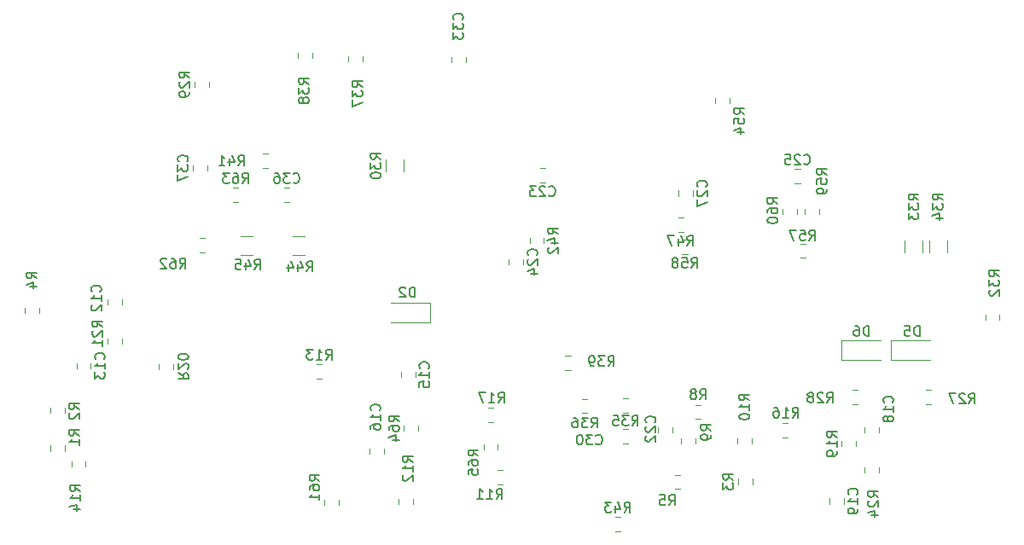
<source format=gbr>
G04 #@! TF.GenerationSoftware,KiCad,Pcbnew,(5.1.5)-3*
G04 #@! TF.CreationDate,2020-02-17T02:28:38-05:00*
G04 #@! TF.ProjectId,Preamplifier,50726561-6d70-46c6-9966-6965722e6b69,rev?*
G04 #@! TF.SameCoordinates,Original*
G04 #@! TF.FileFunction,Legend,Bot*
G04 #@! TF.FilePolarity,Positive*
%FSLAX46Y46*%
G04 Gerber Fmt 4.6, Leading zero omitted, Abs format (unit mm)*
G04 Created by KiCad (PCBNEW (5.1.5)-3) date 2020-02-17 02:28:38*
%MOMM*%
%LPD*%
G04 APERTURE LIST*
%ADD10C,0.120000*%
%ADD11C,0.150000*%
G04 APERTURE END LIST*
D10*
X83775000Y-82450000D02*
X87675000Y-82450000D01*
X83775000Y-80450000D02*
X87675000Y-80450000D01*
X83775000Y-82450000D02*
X83775000Y-80450000D01*
X88675000Y-82450000D02*
X92575000Y-82450000D01*
X88675000Y-80450000D02*
X92575000Y-80450000D01*
X88675000Y-82450000D02*
X88675000Y-80450000D01*
X43000000Y-76750000D02*
X39100000Y-76750000D01*
X43000000Y-78750000D02*
X39100000Y-78750000D01*
X43000000Y-76750000D02*
X43000000Y-78750000D01*
X85235000Y-90488748D02*
X85235000Y-91011252D01*
X83815000Y-90488748D02*
X83815000Y-91011252D01*
X10990000Y-76961252D02*
X10990000Y-76438748D01*
X12410000Y-76961252D02*
X12410000Y-76438748D01*
X7890000Y-83261252D02*
X7890000Y-82738748D01*
X9310000Y-83261252D02*
X9310000Y-82738748D01*
X40090000Y-84161252D02*
X40090000Y-83638748D01*
X41510000Y-84161252D02*
X41510000Y-83638748D01*
X38410000Y-91238748D02*
X38410000Y-91761252D01*
X36990000Y-91238748D02*
X36990000Y-91761252D01*
X87535000Y-89088748D02*
X87535000Y-89611252D01*
X86115000Y-89088748D02*
X86115000Y-89611252D01*
X82615000Y-96711252D02*
X82615000Y-96188748D01*
X84035000Y-96711252D02*
X84035000Y-96188748D01*
X67010000Y-89118748D02*
X67010000Y-89641252D01*
X65590000Y-89118748D02*
X65590000Y-89641252D01*
X53878748Y-64800000D02*
X54401252Y-64800000D01*
X53878748Y-63380000D02*
X54401252Y-63380000D01*
X50750000Y-72428748D02*
X50750000Y-72951252D01*
X52170000Y-72428748D02*
X52170000Y-72951252D01*
X79173748Y-64900000D02*
X79696252Y-64900000D01*
X79173748Y-63480000D02*
X79696252Y-63480000D01*
X69070000Y-66151252D02*
X69070000Y-65628748D01*
X67650000Y-66151252D02*
X67650000Y-65628748D01*
X62088748Y-89290000D02*
X62611252Y-89290000D01*
X62088748Y-90710000D02*
X62611252Y-90710000D01*
X46510000Y-52368748D02*
X46510000Y-52891252D01*
X45090000Y-52368748D02*
X45090000Y-52891252D01*
X29011252Y-65370000D02*
X28488748Y-65370000D01*
X29011252Y-66790000D02*
X28488748Y-66790000D01*
X20860000Y-63118748D02*
X20860000Y-63641252D01*
X19440000Y-63118748D02*
X19440000Y-63641252D01*
X5290000Y-91461252D02*
X5290000Y-90938748D01*
X6710000Y-91461252D02*
X6710000Y-90938748D01*
X6710000Y-87138748D02*
X6710000Y-87661252D01*
X5290000Y-87138748D02*
X5290000Y-87661252D01*
X74960000Y-94238748D02*
X74960000Y-94761252D01*
X73540000Y-94238748D02*
X73540000Y-94761252D01*
X2790000Y-77761252D02*
X2790000Y-77238748D01*
X4210000Y-77761252D02*
X4210000Y-77238748D01*
X67811252Y-95260000D02*
X67288748Y-95260000D01*
X67811252Y-93840000D02*
X67288748Y-93840000D01*
X69338748Y-86890000D02*
X69861252Y-86890000D01*
X69338748Y-88310000D02*
X69861252Y-88310000D01*
X67890000Y-90761252D02*
X67890000Y-90238748D01*
X69310000Y-90761252D02*
X69310000Y-90238748D01*
X73440000Y-90761252D02*
X73440000Y-90238748D01*
X74860000Y-90761252D02*
X74860000Y-90238748D01*
X39890000Y-96761252D02*
X39890000Y-96238748D01*
X41310000Y-96761252D02*
X41310000Y-96238748D01*
X32261252Y-84310000D02*
X31738748Y-84310000D01*
X32261252Y-82890000D02*
X31738748Y-82890000D01*
X8810000Y-92538748D02*
X8810000Y-93061252D01*
X7390000Y-92538748D02*
X7390000Y-93061252D01*
X77938748Y-88690000D02*
X78461252Y-88690000D01*
X77938748Y-90110000D02*
X78461252Y-90110000D01*
X48738748Y-87190000D02*
X49261252Y-87190000D01*
X48738748Y-88610000D02*
X49261252Y-88610000D01*
X16090000Y-83361252D02*
X16090000Y-82838748D01*
X17510000Y-83361252D02*
X17510000Y-82838748D01*
X10990000Y-80861252D02*
X10990000Y-80338748D01*
X12410000Y-80861252D02*
X12410000Y-80338748D01*
X87535000Y-93611252D02*
X87535000Y-93088748D01*
X86115000Y-93611252D02*
X86115000Y-93088748D01*
X92686252Y-86860000D02*
X92163748Y-86860000D01*
X92686252Y-85440000D02*
X92163748Y-85440000D01*
X85436252Y-86860000D02*
X84913748Y-86860000D01*
X85436252Y-85440000D02*
X84913748Y-85440000D01*
X21010000Y-54818748D02*
X21010000Y-55341252D01*
X19590000Y-54818748D02*
X19590000Y-55341252D01*
X40360000Y-62547936D02*
X40360000Y-63752064D01*
X38540000Y-62547936D02*
X38540000Y-63752064D01*
X99485000Y-77963748D02*
X99485000Y-78486252D01*
X98065000Y-77963748D02*
X98065000Y-78486252D01*
X91860000Y-70585436D02*
X91860000Y-71789564D01*
X90040000Y-70585436D02*
X90040000Y-71789564D01*
X94310000Y-70597936D02*
X94310000Y-71802064D01*
X92490000Y-70597936D02*
X92490000Y-71802064D01*
X62631252Y-87700000D02*
X62108748Y-87700000D01*
X62631252Y-86280000D02*
X62108748Y-86280000D01*
X58591252Y-87710000D02*
X58068748Y-87710000D01*
X58591252Y-86290000D02*
X58068748Y-86290000D01*
X36310000Y-52318748D02*
X36310000Y-52841252D01*
X34890000Y-52318748D02*
X34890000Y-52841252D01*
X31310000Y-51918748D02*
X31310000Y-52441252D01*
X29890000Y-51918748D02*
X29890000Y-52441252D01*
X56911252Y-83435000D02*
X56388748Y-83435000D01*
X56911252Y-82015000D02*
X56388748Y-82015000D01*
X26911252Y-63390000D02*
X26388748Y-63390000D01*
X26911252Y-61970000D02*
X26388748Y-61970000D01*
X54270000Y-70851252D02*
X54270000Y-70328748D01*
X52850000Y-70851252D02*
X52850000Y-70328748D01*
X61861252Y-99460000D02*
X61338748Y-99460000D01*
X61861252Y-98040000D02*
X61338748Y-98040000D01*
X30514564Y-71990000D02*
X29310436Y-71990000D01*
X30514564Y-70170000D02*
X29310436Y-70170000D01*
X25402064Y-71990000D02*
X24197936Y-71990000D01*
X25402064Y-70170000D02*
X24197936Y-70170000D01*
X67598748Y-69700000D02*
X68121252Y-69700000D01*
X67598748Y-68280000D02*
X68121252Y-68280000D01*
X72670000Y-56951252D02*
X72670000Y-56428748D01*
X71250000Y-56951252D02*
X71250000Y-56428748D01*
X80221252Y-70880000D02*
X79698748Y-70880000D01*
X80221252Y-72300000D02*
X79698748Y-72300000D01*
X67998748Y-71900000D02*
X68521252Y-71900000D01*
X67998748Y-70480000D02*
X68521252Y-70480000D01*
X80150000Y-67428748D02*
X80150000Y-67951252D01*
X81570000Y-67428748D02*
X81570000Y-67951252D01*
X79370000Y-67951252D02*
X79370000Y-67428748D01*
X77950000Y-67951252D02*
X77950000Y-67428748D01*
X33910000Y-96338748D02*
X33910000Y-96861252D01*
X32490000Y-96338748D02*
X32490000Y-96861252D01*
X20661252Y-71790000D02*
X20138748Y-71790000D01*
X20661252Y-70370000D02*
X20138748Y-70370000D01*
X23961252Y-65370000D02*
X23438748Y-65370000D01*
X23961252Y-66790000D02*
X23438748Y-66790000D01*
X41810000Y-88938748D02*
X41810000Y-89461252D01*
X40390000Y-88938748D02*
X40390000Y-89461252D01*
X49710000Y-90838748D02*
X49710000Y-91361252D01*
X48290000Y-90838748D02*
X48290000Y-91361252D01*
X50161252Y-93390000D02*
X49638748Y-93390000D01*
X50161252Y-94810000D02*
X49638748Y-94810000D01*
D11*
X86538095Y-80052380D02*
X86538095Y-79052380D01*
X86300000Y-79052380D01*
X86157142Y-79100000D01*
X86061904Y-79195238D01*
X86014285Y-79290476D01*
X85966666Y-79480952D01*
X85966666Y-79623809D01*
X86014285Y-79814285D01*
X86061904Y-79909523D01*
X86157142Y-80004761D01*
X86300000Y-80052380D01*
X86538095Y-80052380D01*
X85109523Y-79052380D02*
X85300000Y-79052380D01*
X85395238Y-79100000D01*
X85442857Y-79147619D01*
X85538095Y-79290476D01*
X85585714Y-79480952D01*
X85585714Y-79861904D01*
X85538095Y-79957142D01*
X85490476Y-80004761D01*
X85395238Y-80052380D01*
X85204761Y-80052380D01*
X85109523Y-80004761D01*
X85061904Y-79957142D01*
X85014285Y-79861904D01*
X85014285Y-79623809D01*
X85061904Y-79528571D01*
X85109523Y-79480952D01*
X85204761Y-79433333D01*
X85395238Y-79433333D01*
X85490476Y-79480952D01*
X85538095Y-79528571D01*
X85585714Y-79623809D01*
X91538095Y-80052380D02*
X91538095Y-79052380D01*
X91300000Y-79052380D01*
X91157142Y-79100000D01*
X91061904Y-79195238D01*
X91014285Y-79290476D01*
X90966666Y-79480952D01*
X90966666Y-79623809D01*
X91014285Y-79814285D01*
X91061904Y-79909523D01*
X91157142Y-80004761D01*
X91300000Y-80052380D01*
X91538095Y-80052380D01*
X90061904Y-79052380D02*
X90538095Y-79052380D01*
X90585714Y-79528571D01*
X90538095Y-79480952D01*
X90442857Y-79433333D01*
X90204761Y-79433333D01*
X90109523Y-79480952D01*
X90061904Y-79528571D01*
X90014285Y-79623809D01*
X90014285Y-79861904D01*
X90061904Y-79957142D01*
X90109523Y-80004761D01*
X90204761Y-80052380D01*
X90442857Y-80052380D01*
X90538095Y-80004761D01*
X90585714Y-79957142D01*
X41488095Y-76202380D02*
X41488095Y-75202380D01*
X41250000Y-75202380D01*
X41107142Y-75250000D01*
X41011904Y-75345238D01*
X40964285Y-75440476D01*
X40916666Y-75630952D01*
X40916666Y-75773809D01*
X40964285Y-75964285D01*
X41011904Y-76059523D01*
X41107142Y-76154761D01*
X41250000Y-76202380D01*
X41488095Y-76202380D01*
X40535714Y-75297619D02*
X40488095Y-75250000D01*
X40392857Y-75202380D01*
X40154761Y-75202380D01*
X40059523Y-75250000D01*
X40011904Y-75297619D01*
X39964285Y-75392857D01*
X39964285Y-75488095D01*
X40011904Y-75630952D01*
X40583333Y-76202380D01*
X39964285Y-76202380D01*
X83327380Y-90107142D02*
X82851190Y-89773809D01*
X83327380Y-89535714D02*
X82327380Y-89535714D01*
X82327380Y-89916666D01*
X82375000Y-90011904D01*
X82422619Y-90059523D01*
X82517857Y-90107142D01*
X82660714Y-90107142D01*
X82755952Y-90059523D01*
X82803571Y-90011904D01*
X82851190Y-89916666D01*
X82851190Y-89535714D01*
X83327380Y-91059523D02*
X83327380Y-90488095D01*
X83327380Y-90773809D02*
X82327380Y-90773809D01*
X82470238Y-90678571D01*
X82565476Y-90583333D01*
X82613095Y-90488095D01*
X83327380Y-91535714D02*
X83327380Y-91726190D01*
X83279761Y-91821428D01*
X83232142Y-91869047D01*
X83089285Y-91964285D01*
X82898809Y-92011904D01*
X82517857Y-92011904D01*
X82422619Y-91964285D01*
X82375000Y-91916666D01*
X82327380Y-91821428D01*
X82327380Y-91630952D01*
X82375000Y-91535714D01*
X82422619Y-91488095D01*
X82517857Y-91440476D01*
X82755952Y-91440476D01*
X82851190Y-91488095D01*
X82898809Y-91535714D01*
X82946428Y-91630952D01*
X82946428Y-91821428D01*
X82898809Y-91916666D01*
X82851190Y-91964285D01*
X82755952Y-92011904D01*
X10257142Y-75657142D02*
X10304761Y-75609523D01*
X10352380Y-75466666D01*
X10352380Y-75371428D01*
X10304761Y-75228571D01*
X10209523Y-75133333D01*
X10114285Y-75085714D01*
X9923809Y-75038095D01*
X9780952Y-75038095D01*
X9590476Y-75085714D01*
X9495238Y-75133333D01*
X9400000Y-75228571D01*
X9352380Y-75371428D01*
X9352380Y-75466666D01*
X9400000Y-75609523D01*
X9447619Y-75657142D01*
X10352380Y-76609523D02*
X10352380Y-76038095D01*
X10352380Y-76323809D02*
X9352380Y-76323809D01*
X9495238Y-76228571D01*
X9590476Y-76133333D01*
X9638095Y-76038095D01*
X9447619Y-76990476D02*
X9400000Y-77038095D01*
X9352380Y-77133333D01*
X9352380Y-77371428D01*
X9400000Y-77466666D01*
X9447619Y-77514285D01*
X9542857Y-77561904D01*
X9638095Y-77561904D01*
X9780952Y-77514285D01*
X10352380Y-76942857D01*
X10352380Y-77561904D01*
X10607142Y-82357142D02*
X10654761Y-82309523D01*
X10702380Y-82166666D01*
X10702380Y-82071428D01*
X10654761Y-81928571D01*
X10559523Y-81833333D01*
X10464285Y-81785714D01*
X10273809Y-81738095D01*
X10130952Y-81738095D01*
X9940476Y-81785714D01*
X9845238Y-81833333D01*
X9750000Y-81928571D01*
X9702380Y-82071428D01*
X9702380Y-82166666D01*
X9750000Y-82309523D01*
X9797619Y-82357142D01*
X10702380Y-83309523D02*
X10702380Y-82738095D01*
X10702380Y-83023809D02*
X9702380Y-83023809D01*
X9845238Y-82928571D01*
X9940476Y-82833333D01*
X9988095Y-82738095D01*
X9702380Y-83642857D02*
X9702380Y-84261904D01*
X10083333Y-83928571D01*
X10083333Y-84071428D01*
X10130952Y-84166666D01*
X10178571Y-84214285D01*
X10273809Y-84261904D01*
X10511904Y-84261904D01*
X10607142Y-84214285D01*
X10654761Y-84166666D01*
X10702380Y-84071428D01*
X10702380Y-83785714D01*
X10654761Y-83690476D01*
X10607142Y-83642857D01*
X42807142Y-83257142D02*
X42854761Y-83209523D01*
X42902380Y-83066666D01*
X42902380Y-82971428D01*
X42854761Y-82828571D01*
X42759523Y-82733333D01*
X42664285Y-82685714D01*
X42473809Y-82638095D01*
X42330952Y-82638095D01*
X42140476Y-82685714D01*
X42045238Y-82733333D01*
X41950000Y-82828571D01*
X41902380Y-82971428D01*
X41902380Y-83066666D01*
X41950000Y-83209523D01*
X41997619Y-83257142D01*
X42902380Y-84209523D02*
X42902380Y-83638095D01*
X42902380Y-83923809D02*
X41902380Y-83923809D01*
X42045238Y-83828571D01*
X42140476Y-83733333D01*
X42188095Y-83638095D01*
X41902380Y-85114285D02*
X41902380Y-84638095D01*
X42378571Y-84590476D01*
X42330952Y-84638095D01*
X42283333Y-84733333D01*
X42283333Y-84971428D01*
X42330952Y-85066666D01*
X42378571Y-85114285D01*
X42473809Y-85161904D01*
X42711904Y-85161904D01*
X42807142Y-85114285D01*
X42854761Y-85066666D01*
X42902380Y-84971428D01*
X42902380Y-84733333D01*
X42854761Y-84638095D01*
X42807142Y-84590476D01*
X37957142Y-87457142D02*
X38004761Y-87409523D01*
X38052380Y-87266666D01*
X38052380Y-87171428D01*
X38004761Y-87028571D01*
X37909523Y-86933333D01*
X37814285Y-86885714D01*
X37623809Y-86838095D01*
X37480952Y-86838095D01*
X37290476Y-86885714D01*
X37195238Y-86933333D01*
X37100000Y-87028571D01*
X37052380Y-87171428D01*
X37052380Y-87266666D01*
X37100000Y-87409523D01*
X37147619Y-87457142D01*
X38052380Y-88409523D02*
X38052380Y-87838095D01*
X38052380Y-88123809D02*
X37052380Y-88123809D01*
X37195238Y-88028571D01*
X37290476Y-87933333D01*
X37338095Y-87838095D01*
X37052380Y-89266666D02*
X37052380Y-89076190D01*
X37100000Y-88980952D01*
X37147619Y-88933333D01*
X37290476Y-88838095D01*
X37480952Y-88790476D01*
X37861904Y-88790476D01*
X37957142Y-88838095D01*
X38004761Y-88885714D01*
X38052380Y-88980952D01*
X38052380Y-89171428D01*
X38004761Y-89266666D01*
X37957142Y-89314285D01*
X37861904Y-89361904D01*
X37623809Y-89361904D01*
X37528571Y-89314285D01*
X37480952Y-89266666D01*
X37433333Y-89171428D01*
X37433333Y-88980952D01*
X37480952Y-88885714D01*
X37528571Y-88838095D01*
X37623809Y-88790476D01*
X88857142Y-86657142D02*
X88904761Y-86609523D01*
X88952380Y-86466666D01*
X88952380Y-86371428D01*
X88904761Y-86228571D01*
X88809523Y-86133333D01*
X88714285Y-86085714D01*
X88523809Y-86038095D01*
X88380952Y-86038095D01*
X88190476Y-86085714D01*
X88095238Y-86133333D01*
X88000000Y-86228571D01*
X87952380Y-86371428D01*
X87952380Y-86466666D01*
X88000000Y-86609523D01*
X88047619Y-86657142D01*
X88952380Y-87609523D02*
X88952380Y-87038095D01*
X88952380Y-87323809D02*
X87952380Y-87323809D01*
X88095238Y-87228571D01*
X88190476Y-87133333D01*
X88238095Y-87038095D01*
X88380952Y-88180952D02*
X88333333Y-88085714D01*
X88285714Y-88038095D01*
X88190476Y-87990476D01*
X88142857Y-87990476D01*
X88047619Y-88038095D01*
X88000000Y-88085714D01*
X87952380Y-88180952D01*
X87952380Y-88371428D01*
X88000000Y-88466666D01*
X88047619Y-88514285D01*
X88142857Y-88561904D01*
X88190476Y-88561904D01*
X88285714Y-88514285D01*
X88333333Y-88466666D01*
X88380952Y-88371428D01*
X88380952Y-88180952D01*
X88428571Y-88085714D01*
X88476190Y-88038095D01*
X88571428Y-87990476D01*
X88761904Y-87990476D01*
X88857142Y-88038095D01*
X88904761Y-88085714D01*
X88952380Y-88180952D01*
X88952380Y-88371428D01*
X88904761Y-88466666D01*
X88857142Y-88514285D01*
X88761904Y-88561904D01*
X88571428Y-88561904D01*
X88476190Y-88514285D01*
X88428571Y-88466666D01*
X88380952Y-88371428D01*
X85332142Y-95807142D02*
X85379761Y-95759523D01*
X85427380Y-95616666D01*
X85427380Y-95521428D01*
X85379761Y-95378571D01*
X85284523Y-95283333D01*
X85189285Y-95235714D01*
X84998809Y-95188095D01*
X84855952Y-95188095D01*
X84665476Y-95235714D01*
X84570238Y-95283333D01*
X84475000Y-95378571D01*
X84427380Y-95521428D01*
X84427380Y-95616666D01*
X84475000Y-95759523D01*
X84522619Y-95807142D01*
X85427380Y-96759523D02*
X85427380Y-96188095D01*
X85427380Y-96473809D02*
X84427380Y-96473809D01*
X84570238Y-96378571D01*
X84665476Y-96283333D01*
X84713095Y-96188095D01*
X85427380Y-97235714D02*
X85427380Y-97426190D01*
X85379761Y-97521428D01*
X85332142Y-97569047D01*
X85189285Y-97664285D01*
X84998809Y-97711904D01*
X84617857Y-97711904D01*
X84522619Y-97664285D01*
X84475000Y-97616666D01*
X84427380Y-97521428D01*
X84427380Y-97330952D01*
X84475000Y-97235714D01*
X84522619Y-97188095D01*
X84617857Y-97140476D01*
X84855952Y-97140476D01*
X84951190Y-97188095D01*
X84998809Y-97235714D01*
X85046428Y-97330952D01*
X85046428Y-97521428D01*
X84998809Y-97616666D01*
X84951190Y-97664285D01*
X84855952Y-97711904D01*
X65257142Y-88657142D02*
X65304761Y-88609523D01*
X65352380Y-88466666D01*
X65352380Y-88371428D01*
X65304761Y-88228571D01*
X65209523Y-88133333D01*
X65114285Y-88085714D01*
X64923809Y-88038095D01*
X64780952Y-88038095D01*
X64590476Y-88085714D01*
X64495238Y-88133333D01*
X64400000Y-88228571D01*
X64352380Y-88371428D01*
X64352380Y-88466666D01*
X64400000Y-88609523D01*
X64447619Y-88657142D01*
X64447619Y-89038095D02*
X64400000Y-89085714D01*
X64352380Y-89180952D01*
X64352380Y-89419047D01*
X64400000Y-89514285D01*
X64447619Y-89561904D01*
X64542857Y-89609523D01*
X64638095Y-89609523D01*
X64780952Y-89561904D01*
X65352380Y-88990476D01*
X65352380Y-89609523D01*
X64447619Y-89990476D02*
X64400000Y-90038095D01*
X64352380Y-90133333D01*
X64352380Y-90371428D01*
X64400000Y-90466666D01*
X64447619Y-90514285D01*
X64542857Y-90561904D01*
X64638095Y-90561904D01*
X64780952Y-90514285D01*
X65352380Y-89942857D01*
X65352380Y-90561904D01*
X54782857Y-66097142D02*
X54830476Y-66144761D01*
X54973333Y-66192380D01*
X55068571Y-66192380D01*
X55211428Y-66144761D01*
X55306666Y-66049523D01*
X55354285Y-65954285D01*
X55401904Y-65763809D01*
X55401904Y-65620952D01*
X55354285Y-65430476D01*
X55306666Y-65335238D01*
X55211428Y-65240000D01*
X55068571Y-65192380D01*
X54973333Y-65192380D01*
X54830476Y-65240000D01*
X54782857Y-65287619D01*
X54401904Y-65287619D02*
X54354285Y-65240000D01*
X54259047Y-65192380D01*
X54020952Y-65192380D01*
X53925714Y-65240000D01*
X53878095Y-65287619D01*
X53830476Y-65382857D01*
X53830476Y-65478095D01*
X53878095Y-65620952D01*
X54449523Y-66192380D01*
X53830476Y-66192380D01*
X53497142Y-65192380D02*
X52878095Y-65192380D01*
X53211428Y-65573333D01*
X53068571Y-65573333D01*
X52973333Y-65620952D01*
X52925714Y-65668571D01*
X52878095Y-65763809D01*
X52878095Y-66001904D01*
X52925714Y-66097142D01*
X52973333Y-66144761D01*
X53068571Y-66192380D01*
X53354285Y-66192380D01*
X53449523Y-66144761D01*
X53497142Y-66097142D01*
X53557142Y-72057142D02*
X53604761Y-72009523D01*
X53652380Y-71866666D01*
X53652380Y-71771428D01*
X53604761Y-71628571D01*
X53509523Y-71533333D01*
X53414285Y-71485714D01*
X53223809Y-71438095D01*
X53080952Y-71438095D01*
X52890476Y-71485714D01*
X52795238Y-71533333D01*
X52700000Y-71628571D01*
X52652380Y-71771428D01*
X52652380Y-71866666D01*
X52700000Y-72009523D01*
X52747619Y-72057142D01*
X52747619Y-72438095D02*
X52700000Y-72485714D01*
X52652380Y-72580952D01*
X52652380Y-72819047D01*
X52700000Y-72914285D01*
X52747619Y-72961904D01*
X52842857Y-73009523D01*
X52938095Y-73009523D01*
X53080952Y-72961904D01*
X53652380Y-72390476D01*
X53652380Y-73009523D01*
X52985714Y-73866666D02*
X53652380Y-73866666D01*
X52604761Y-73628571D02*
X53319047Y-73390476D01*
X53319047Y-74009523D01*
X80077857Y-62957142D02*
X80125476Y-63004761D01*
X80268333Y-63052380D01*
X80363571Y-63052380D01*
X80506428Y-63004761D01*
X80601666Y-62909523D01*
X80649285Y-62814285D01*
X80696904Y-62623809D01*
X80696904Y-62480952D01*
X80649285Y-62290476D01*
X80601666Y-62195238D01*
X80506428Y-62100000D01*
X80363571Y-62052380D01*
X80268333Y-62052380D01*
X80125476Y-62100000D01*
X80077857Y-62147619D01*
X79696904Y-62147619D02*
X79649285Y-62100000D01*
X79554047Y-62052380D01*
X79315952Y-62052380D01*
X79220714Y-62100000D01*
X79173095Y-62147619D01*
X79125476Y-62242857D01*
X79125476Y-62338095D01*
X79173095Y-62480952D01*
X79744523Y-63052380D01*
X79125476Y-63052380D01*
X78220714Y-62052380D02*
X78696904Y-62052380D01*
X78744523Y-62528571D01*
X78696904Y-62480952D01*
X78601666Y-62433333D01*
X78363571Y-62433333D01*
X78268333Y-62480952D01*
X78220714Y-62528571D01*
X78173095Y-62623809D01*
X78173095Y-62861904D01*
X78220714Y-62957142D01*
X78268333Y-63004761D01*
X78363571Y-63052380D01*
X78601666Y-63052380D01*
X78696904Y-63004761D01*
X78744523Y-62957142D01*
X70367142Y-65247142D02*
X70414761Y-65199523D01*
X70462380Y-65056666D01*
X70462380Y-64961428D01*
X70414761Y-64818571D01*
X70319523Y-64723333D01*
X70224285Y-64675714D01*
X70033809Y-64628095D01*
X69890952Y-64628095D01*
X69700476Y-64675714D01*
X69605238Y-64723333D01*
X69510000Y-64818571D01*
X69462380Y-64961428D01*
X69462380Y-65056666D01*
X69510000Y-65199523D01*
X69557619Y-65247142D01*
X69557619Y-65628095D02*
X69510000Y-65675714D01*
X69462380Y-65770952D01*
X69462380Y-66009047D01*
X69510000Y-66104285D01*
X69557619Y-66151904D01*
X69652857Y-66199523D01*
X69748095Y-66199523D01*
X69890952Y-66151904D01*
X70462380Y-65580476D01*
X70462380Y-66199523D01*
X69462380Y-66532857D02*
X69462380Y-67199523D01*
X70462380Y-66770952D01*
X59442857Y-90757142D02*
X59490476Y-90804761D01*
X59633333Y-90852380D01*
X59728571Y-90852380D01*
X59871428Y-90804761D01*
X59966666Y-90709523D01*
X60014285Y-90614285D01*
X60061904Y-90423809D01*
X60061904Y-90280952D01*
X60014285Y-90090476D01*
X59966666Y-89995238D01*
X59871428Y-89900000D01*
X59728571Y-89852380D01*
X59633333Y-89852380D01*
X59490476Y-89900000D01*
X59442857Y-89947619D01*
X59109523Y-89852380D02*
X58490476Y-89852380D01*
X58823809Y-90233333D01*
X58680952Y-90233333D01*
X58585714Y-90280952D01*
X58538095Y-90328571D01*
X58490476Y-90423809D01*
X58490476Y-90661904D01*
X58538095Y-90757142D01*
X58585714Y-90804761D01*
X58680952Y-90852380D01*
X58966666Y-90852380D01*
X59061904Y-90804761D01*
X59109523Y-90757142D01*
X57871428Y-89852380D02*
X57776190Y-89852380D01*
X57680952Y-89900000D01*
X57633333Y-89947619D01*
X57585714Y-90042857D01*
X57538095Y-90233333D01*
X57538095Y-90471428D01*
X57585714Y-90661904D01*
X57633333Y-90757142D01*
X57680952Y-90804761D01*
X57776190Y-90852380D01*
X57871428Y-90852380D01*
X57966666Y-90804761D01*
X58014285Y-90757142D01*
X58061904Y-90661904D01*
X58109523Y-90471428D01*
X58109523Y-90233333D01*
X58061904Y-90042857D01*
X58014285Y-89947619D01*
X57966666Y-89900000D01*
X57871428Y-89852380D01*
X46157142Y-48657142D02*
X46204761Y-48609523D01*
X46252380Y-48466666D01*
X46252380Y-48371428D01*
X46204761Y-48228571D01*
X46109523Y-48133333D01*
X46014285Y-48085714D01*
X45823809Y-48038095D01*
X45680952Y-48038095D01*
X45490476Y-48085714D01*
X45395238Y-48133333D01*
X45300000Y-48228571D01*
X45252380Y-48371428D01*
X45252380Y-48466666D01*
X45300000Y-48609523D01*
X45347619Y-48657142D01*
X45252380Y-48990476D02*
X45252380Y-49609523D01*
X45633333Y-49276190D01*
X45633333Y-49419047D01*
X45680952Y-49514285D01*
X45728571Y-49561904D01*
X45823809Y-49609523D01*
X46061904Y-49609523D01*
X46157142Y-49561904D01*
X46204761Y-49514285D01*
X46252380Y-49419047D01*
X46252380Y-49133333D01*
X46204761Y-49038095D01*
X46157142Y-48990476D01*
X45252380Y-49942857D02*
X45252380Y-50561904D01*
X45633333Y-50228571D01*
X45633333Y-50371428D01*
X45680952Y-50466666D01*
X45728571Y-50514285D01*
X45823809Y-50561904D01*
X46061904Y-50561904D01*
X46157142Y-50514285D01*
X46204761Y-50466666D01*
X46252380Y-50371428D01*
X46252380Y-50085714D01*
X46204761Y-49990476D01*
X46157142Y-49942857D01*
X29392857Y-64787142D02*
X29440476Y-64834761D01*
X29583333Y-64882380D01*
X29678571Y-64882380D01*
X29821428Y-64834761D01*
X29916666Y-64739523D01*
X29964285Y-64644285D01*
X30011904Y-64453809D01*
X30011904Y-64310952D01*
X29964285Y-64120476D01*
X29916666Y-64025238D01*
X29821428Y-63930000D01*
X29678571Y-63882380D01*
X29583333Y-63882380D01*
X29440476Y-63930000D01*
X29392857Y-63977619D01*
X29059523Y-63882380D02*
X28440476Y-63882380D01*
X28773809Y-64263333D01*
X28630952Y-64263333D01*
X28535714Y-64310952D01*
X28488095Y-64358571D01*
X28440476Y-64453809D01*
X28440476Y-64691904D01*
X28488095Y-64787142D01*
X28535714Y-64834761D01*
X28630952Y-64882380D01*
X28916666Y-64882380D01*
X29011904Y-64834761D01*
X29059523Y-64787142D01*
X27583333Y-63882380D02*
X27773809Y-63882380D01*
X27869047Y-63930000D01*
X27916666Y-63977619D01*
X28011904Y-64120476D01*
X28059523Y-64310952D01*
X28059523Y-64691904D01*
X28011904Y-64787142D01*
X27964285Y-64834761D01*
X27869047Y-64882380D01*
X27678571Y-64882380D01*
X27583333Y-64834761D01*
X27535714Y-64787142D01*
X27488095Y-64691904D01*
X27488095Y-64453809D01*
X27535714Y-64358571D01*
X27583333Y-64310952D01*
X27678571Y-64263333D01*
X27869047Y-64263333D01*
X27964285Y-64310952D01*
X28011904Y-64358571D01*
X28059523Y-64453809D01*
X18857142Y-62737142D02*
X18904761Y-62689523D01*
X18952380Y-62546666D01*
X18952380Y-62451428D01*
X18904761Y-62308571D01*
X18809523Y-62213333D01*
X18714285Y-62165714D01*
X18523809Y-62118095D01*
X18380952Y-62118095D01*
X18190476Y-62165714D01*
X18095238Y-62213333D01*
X18000000Y-62308571D01*
X17952380Y-62451428D01*
X17952380Y-62546666D01*
X18000000Y-62689523D01*
X18047619Y-62737142D01*
X17952380Y-63070476D02*
X17952380Y-63689523D01*
X18333333Y-63356190D01*
X18333333Y-63499047D01*
X18380952Y-63594285D01*
X18428571Y-63641904D01*
X18523809Y-63689523D01*
X18761904Y-63689523D01*
X18857142Y-63641904D01*
X18904761Y-63594285D01*
X18952380Y-63499047D01*
X18952380Y-63213333D01*
X18904761Y-63118095D01*
X18857142Y-63070476D01*
X17952380Y-64022857D02*
X17952380Y-64689523D01*
X18952380Y-64260952D01*
X8152380Y-89933333D02*
X7676190Y-89600000D01*
X8152380Y-89361904D02*
X7152380Y-89361904D01*
X7152380Y-89742857D01*
X7200000Y-89838095D01*
X7247619Y-89885714D01*
X7342857Y-89933333D01*
X7485714Y-89933333D01*
X7580952Y-89885714D01*
X7628571Y-89838095D01*
X7676190Y-89742857D01*
X7676190Y-89361904D01*
X8152380Y-90885714D02*
X8152380Y-90314285D01*
X8152380Y-90600000D02*
X7152380Y-90600000D01*
X7295238Y-90504761D01*
X7390476Y-90409523D01*
X7438095Y-90314285D01*
X8152380Y-87333333D02*
X7676190Y-87000000D01*
X8152380Y-86761904D02*
X7152380Y-86761904D01*
X7152380Y-87142857D01*
X7200000Y-87238095D01*
X7247619Y-87285714D01*
X7342857Y-87333333D01*
X7485714Y-87333333D01*
X7580952Y-87285714D01*
X7628571Y-87238095D01*
X7676190Y-87142857D01*
X7676190Y-86761904D01*
X7247619Y-87714285D02*
X7200000Y-87761904D01*
X7152380Y-87857142D01*
X7152380Y-88095238D01*
X7200000Y-88190476D01*
X7247619Y-88238095D01*
X7342857Y-88285714D01*
X7438095Y-88285714D01*
X7580952Y-88238095D01*
X8152380Y-87666666D01*
X8152380Y-88285714D01*
X73052380Y-94333333D02*
X72576190Y-94000000D01*
X73052380Y-93761904D02*
X72052380Y-93761904D01*
X72052380Y-94142857D01*
X72100000Y-94238095D01*
X72147619Y-94285714D01*
X72242857Y-94333333D01*
X72385714Y-94333333D01*
X72480952Y-94285714D01*
X72528571Y-94238095D01*
X72576190Y-94142857D01*
X72576190Y-93761904D01*
X72052380Y-94666666D02*
X72052380Y-95285714D01*
X72433333Y-94952380D01*
X72433333Y-95095238D01*
X72480952Y-95190476D01*
X72528571Y-95238095D01*
X72623809Y-95285714D01*
X72861904Y-95285714D01*
X72957142Y-95238095D01*
X73004761Y-95190476D01*
X73052380Y-95095238D01*
X73052380Y-94809523D01*
X73004761Y-94714285D01*
X72957142Y-94666666D01*
X3952380Y-74333333D02*
X3476190Y-74000000D01*
X3952380Y-73761904D02*
X2952380Y-73761904D01*
X2952380Y-74142857D01*
X3000000Y-74238095D01*
X3047619Y-74285714D01*
X3142857Y-74333333D01*
X3285714Y-74333333D01*
X3380952Y-74285714D01*
X3428571Y-74238095D01*
X3476190Y-74142857D01*
X3476190Y-73761904D01*
X3285714Y-75190476D02*
X3952380Y-75190476D01*
X2904761Y-74952380D02*
X3619047Y-74714285D01*
X3619047Y-75333333D01*
X66666666Y-96852380D02*
X67000000Y-96376190D01*
X67238095Y-96852380D02*
X67238095Y-95852380D01*
X66857142Y-95852380D01*
X66761904Y-95900000D01*
X66714285Y-95947619D01*
X66666666Y-96042857D01*
X66666666Y-96185714D01*
X66714285Y-96280952D01*
X66761904Y-96328571D01*
X66857142Y-96376190D01*
X67238095Y-96376190D01*
X65761904Y-95852380D02*
X66238095Y-95852380D01*
X66285714Y-96328571D01*
X66238095Y-96280952D01*
X66142857Y-96233333D01*
X65904761Y-96233333D01*
X65809523Y-96280952D01*
X65761904Y-96328571D01*
X65714285Y-96423809D01*
X65714285Y-96661904D01*
X65761904Y-96757142D01*
X65809523Y-96804761D01*
X65904761Y-96852380D01*
X66142857Y-96852380D01*
X66238095Y-96804761D01*
X66285714Y-96757142D01*
X69766666Y-86352380D02*
X70100000Y-85876190D01*
X70338095Y-86352380D02*
X70338095Y-85352380D01*
X69957142Y-85352380D01*
X69861904Y-85400000D01*
X69814285Y-85447619D01*
X69766666Y-85542857D01*
X69766666Y-85685714D01*
X69814285Y-85780952D01*
X69861904Y-85828571D01*
X69957142Y-85876190D01*
X70338095Y-85876190D01*
X69195238Y-85780952D02*
X69290476Y-85733333D01*
X69338095Y-85685714D01*
X69385714Y-85590476D01*
X69385714Y-85542857D01*
X69338095Y-85447619D01*
X69290476Y-85400000D01*
X69195238Y-85352380D01*
X69004761Y-85352380D01*
X68909523Y-85400000D01*
X68861904Y-85447619D01*
X68814285Y-85542857D01*
X68814285Y-85590476D01*
X68861904Y-85685714D01*
X68909523Y-85733333D01*
X69004761Y-85780952D01*
X69195238Y-85780952D01*
X69290476Y-85828571D01*
X69338095Y-85876190D01*
X69385714Y-85971428D01*
X69385714Y-86161904D01*
X69338095Y-86257142D01*
X69290476Y-86304761D01*
X69195238Y-86352380D01*
X69004761Y-86352380D01*
X68909523Y-86304761D01*
X68861904Y-86257142D01*
X68814285Y-86161904D01*
X68814285Y-85971428D01*
X68861904Y-85876190D01*
X68909523Y-85828571D01*
X69004761Y-85780952D01*
X70852380Y-89433333D02*
X70376190Y-89100000D01*
X70852380Y-88861904D02*
X69852380Y-88861904D01*
X69852380Y-89242857D01*
X69900000Y-89338095D01*
X69947619Y-89385714D01*
X70042857Y-89433333D01*
X70185714Y-89433333D01*
X70280952Y-89385714D01*
X70328571Y-89338095D01*
X70376190Y-89242857D01*
X70376190Y-88861904D01*
X70852380Y-89909523D02*
X70852380Y-90100000D01*
X70804761Y-90195238D01*
X70757142Y-90242857D01*
X70614285Y-90338095D01*
X70423809Y-90385714D01*
X70042857Y-90385714D01*
X69947619Y-90338095D01*
X69900000Y-90290476D01*
X69852380Y-90195238D01*
X69852380Y-90004761D01*
X69900000Y-89909523D01*
X69947619Y-89861904D01*
X70042857Y-89814285D01*
X70280952Y-89814285D01*
X70376190Y-89861904D01*
X70423809Y-89909523D01*
X70471428Y-90004761D01*
X70471428Y-90195238D01*
X70423809Y-90290476D01*
X70376190Y-90338095D01*
X70280952Y-90385714D01*
X74652380Y-86457142D02*
X74176190Y-86123809D01*
X74652380Y-85885714D02*
X73652380Y-85885714D01*
X73652380Y-86266666D01*
X73700000Y-86361904D01*
X73747619Y-86409523D01*
X73842857Y-86457142D01*
X73985714Y-86457142D01*
X74080952Y-86409523D01*
X74128571Y-86361904D01*
X74176190Y-86266666D01*
X74176190Y-85885714D01*
X74652380Y-87409523D02*
X74652380Y-86838095D01*
X74652380Y-87123809D02*
X73652380Y-87123809D01*
X73795238Y-87028571D01*
X73890476Y-86933333D01*
X73938095Y-86838095D01*
X73652380Y-88028571D02*
X73652380Y-88123809D01*
X73700000Y-88219047D01*
X73747619Y-88266666D01*
X73842857Y-88314285D01*
X74033333Y-88361904D01*
X74271428Y-88361904D01*
X74461904Y-88314285D01*
X74557142Y-88266666D01*
X74604761Y-88219047D01*
X74652380Y-88123809D01*
X74652380Y-88028571D01*
X74604761Y-87933333D01*
X74557142Y-87885714D01*
X74461904Y-87838095D01*
X74271428Y-87790476D01*
X74033333Y-87790476D01*
X73842857Y-87838095D01*
X73747619Y-87885714D01*
X73700000Y-87933333D01*
X73652380Y-88028571D01*
X41252380Y-92557142D02*
X40776190Y-92223809D01*
X41252380Y-91985714D02*
X40252380Y-91985714D01*
X40252380Y-92366666D01*
X40300000Y-92461904D01*
X40347619Y-92509523D01*
X40442857Y-92557142D01*
X40585714Y-92557142D01*
X40680952Y-92509523D01*
X40728571Y-92461904D01*
X40776190Y-92366666D01*
X40776190Y-91985714D01*
X41252380Y-93509523D02*
X41252380Y-92938095D01*
X41252380Y-93223809D02*
X40252380Y-93223809D01*
X40395238Y-93128571D01*
X40490476Y-93033333D01*
X40538095Y-92938095D01*
X40347619Y-93890476D02*
X40300000Y-93938095D01*
X40252380Y-94033333D01*
X40252380Y-94271428D01*
X40300000Y-94366666D01*
X40347619Y-94414285D01*
X40442857Y-94461904D01*
X40538095Y-94461904D01*
X40680952Y-94414285D01*
X41252380Y-93842857D01*
X41252380Y-94461904D01*
X32642857Y-82402380D02*
X32976190Y-81926190D01*
X33214285Y-82402380D02*
X33214285Y-81402380D01*
X32833333Y-81402380D01*
X32738095Y-81450000D01*
X32690476Y-81497619D01*
X32642857Y-81592857D01*
X32642857Y-81735714D01*
X32690476Y-81830952D01*
X32738095Y-81878571D01*
X32833333Y-81926190D01*
X33214285Y-81926190D01*
X31690476Y-82402380D02*
X32261904Y-82402380D01*
X31976190Y-82402380D02*
X31976190Y-81402380D01*
X32071428Y-81545238D01*
X32166666Y-81640476D01*
X32261904Y-81688095D01*
X31357142Y-81402380D02*
X30738095Y-81402380D01*
X31071428Y-81783333D01*
X30928571Y-81783333D01*
X30833333Y-81830952D01*
X30785714Y-81878571D01*
X30738095Y-81973809D01*
X30738095Y-82211904D01*
X30785714Y-82307142D01*
X30833333Y-82354761D01*
X30928571Y-82402380D01*
X31214285Y-82402380D01*
X31309523Y-82354761D01*
X31357142Y-82307142D01*
X8252380Y-95457142D02*
X7776190Y-95123809D01*
X8252380Y-94885714D02*
X7252380Y-94885714D01*
X7252380Y-95266666D01*
X7300000Y-95361904D01*
X7347619Y-95409523D01*
X7442857Y-95457142D01*
X7585714Y-95457142D01*
X7680952Y-95409523D01*
X7728571Y-95361904D01*
X7776190Y-95266666D01*
X7776190Y-94885714D01*
X8252380Y-96409523D02*
X8252380Y-95838095D01*
X8252380Y-96123809D02*
X7252380Y-96123809D01*
X7395238Y-96028571D01*
X7490476Y-95933333D01*
X7538095Y-95838095D01*
X7585714Y-97266666D02*
X8252380Y-97266666D01*
X7204761Y-97028571D02*
X7919047Y-96790476D01*
X7919047Y-97409523D01*
X78942857Y-88152380D02*
X79276190Y-87676190D01*
X79514285Y-88152380D02*
X79514285Y-87152380D01*
X79133333Y-87152380D01*
X79038095Y-87200000D01*
X78990476Y-87247619D01*
X78942857Y-87342857D01*
X78942857Y-87485714D01*
X78990476Y-87580952D01*
X79038095Y-87628571D01*
X79133333Y-87676190D01*
X79514285Y-87676190D01*
X77990476Y-88152380D02*
X78561904Y-88152380D01*
X78276190Y-88152380D02*
X78276190Y-87152380D01*
X78371428Y-87295238D01*
X78466666Y-87390476D01*
X78561904Y-87438095D01*
X77133333Y-87152380D02*
X77323809Y-87152380D01*
X77419047Y-87200000D01*
X77466666Y-87247619D01*
X77561904Y-87390476D01*
X77609523Y-87580952D01*
X77609523Y-87961904D01*
X77561904Y-88057142D01*
X77514285Y-88104761D01*
X77419047Y-88152380D01*
X77228571Y-88152380D01*
X77133333Y-88104761D01*
X77085714Y-88057142D01*
X77038095Y-87961904D01*
X77038095Y-87723809D01*
X77085714Y-87628571D01*
X77133333Y-87580952D01*
X77228571Y-87533333D01*
X77419047Y-87533333D01*
X77514285Y-87580952D01*
X77561904Y-87628571D01*
X77609523Y-87723809D01*
X49742857Y-86652380D02*
X50076190Y-86176190D01*
X50314285Y-86652380D02*
X50314285Y-85652380D01*
X49933333Y-85652380D01*
X49838095Y-85700000D01*
X49790476Y-85747619D01*
X49742857Y-85842857D01*
X49742857Y-85985714D01*
X49790476Y-86080952D01*
X49838095Y-86128571D01*
X49933333Y-86176190D01*
X50314285Y-86176190D01*
X48790476Y-86652380D02*
X49361904Y-86652380D01*
X49076190Y-86652380D02*
X49076190Y-85652380D01*
X49171428Y-85795238D01*
X49266666Y-85890476D01*
X49361904Y-85938095D01*
X48457142Y-85652380D02*
X47790476Y-85652380D01*
X48219047Y-86652380D01*
X17997619Y-83742857D02*
X18473809Y-84076190D01*
X17997619Y-84314285D02*
X18997619Y-84314285D01*
X18997619Y-83933333D01*
X18950000Y-83838095D01*
X18902380Y-83790476D01*
X18807142Y-83742857D01*
X18664285Y-83742857D01*
X18569047Y-83790476D01*
X18521428Y-83838095D01*
X18473809Y-83933333D01*
X18473809Y-84314285D01*
X18902380Y-83361904D02*
X18950000Y-83314285D01*
X18997619Y-83219047D01*
X18997619Y-82980952D01*
X18950000Y-82885714D01*
X18902380Y-82838095D01*
X18807142Y-82790476D01*
X18711904Y-82790476D01*
X18569047Y-82838095D01*
X17997619Y-83409523D01*
X17997619Y-82790476D01*
X18997619Y-82171428D02*
X18997619Y-82076190D01*
X18950000Y-81980952D01*
X18902380Y-81933333D01*
X18807142Y-81885714D01*
X18616666Y-81838095D01*
X18378571Y-81838095D01*
X18188095Y-81885714D01*
X18092857Y-81933333D01*
X18045238Y-81980952D01*
X17997619Y-82076190D01*
X17997619Y-82171428D01*
X18045238Y-82266666D01*
X18092857Y-82314285D01*
X18188095Y-82361904D01*
X18378571Y-82409523D01*
X18616666Y-82409523D01*
X18807142Y-82361904D01*
X18902380Y-82314285D01*
X18950000Y-82266666D01*
X18997619Y-82171428D01*
X10452380Y-79157142D02*
X9976190Y-78823809D01*
X10452380Y-78585714D02*
X9452380Y-78585714D01*
X9452380Y-78966666D01*
X9500000Y-79061904D01*
X9547619Y-79109523D01*
X9642857Y-79157142D01*
X9785714Y-79157142D01*
X9880952Y-79109523D01*
X9928571Y-79061904D01*
X9976190Y-78966666D01*
X9976190Y-78585714D01*
X9547619Y-79538095D02*
X9500000Y-79585714D01*
X9452380Y-79680952D01*
X9452380Y-79919047D01*
X9500000Y-80014285D01*
X9547619Y-80061904D01*
X9642857Y-80109523D01*
X9738095Y-80109523D01*
X9880952Y-80061904D01*
X10452380Y-79490476D01*
X10452380Y-80109523D01*
X10452380Y-81061904D02*
X10452380Y-80490476D01*
X10452380Y-80776190D02*
X9452380Y-80776190D01*
X9595238Y-80680952D01*
X9690476Y-80585714D01*
X9738095Y-80490476D01*
X87452380Y-96057142D02*
X86976190Y-95723809D01*
X87452380Y-95485714D02*
X86452380Y-95485714D01*
X86452380Y-95866666D01*
X86500000Y-95961904D01*
X86547619Y-96009523D01*
X86642857Y-96057142D01*
X86785714Y-96057142D01*
X86880952Y-96009523D01*
X86928571Y-95961904D01*
X86976190Y-95866666D01*
X86976190Y-95485714D01*
X86547619Y-96438095D02*
X86500000Y-96485714D01*
X86452380Y-96580952D01*
X86452380Y-96819047D01*
X86500000Y-96914285D01*
X86547619Y-96961904D01*
X86642857Y-97009523D01*
X86738095Y-97009523D01*
X86880952Y-96961904D01*
X87452380Y-96390476D01*
X87452380Y-97009523D01*
X86785714Y-97866666D02*
X87452380Y-97866666D01*
X86404761Y-97628571D02*
X87119047Y-97390476D01*
X87119047Y-98009523D01*
X96442857Y-86752380D02*
X96776190Y-86276190D01*
X97014285Y-86752380D02*
X97014285Y-85752380D01*
X96633333Y-85752380D01*
X96538095Y-85800000D01*
X96490476Y-85847619D01*
X96442857Y-85942857D01*
X96442857Y-86085714D01*
X96490476Y-86180952D01*
X96538095Y-86228571D01*
X96633333Y-86276190D01*
X97014285Y-86276190D01*
X96061904Y-85847619D02*
X96014285Y-85800000D01*
X95919047Y-85752380D01*
X95680952Y-85752380D01*
X95585714Y-85800000D01*
X95538095Y-85847619D01*
X95490476Y-85942857D01*
X95490476Y-86038095D01*
X95538095Y-86180952D01*
X96109523Y-86752380D01*
X95490476Y-86752380D01*
X95157142Y-85752380D02*
X94490476Y-85752380D01*
X94919047Y-86752380D01*
X82342857Y-86652380D02*
X82676190Y-86176190D01*
X82914285Y-86652380D02*
X82914285Y-85652380D01*
X82533333Y-85652380D01*
X82438095Y-85700000D01*
X82390476Y-85747619D01*
X82342857Y-85842857D01*
X82342857Y-85985714D01*
X82390476Y-86080952D01*
X82438095Y-86128571D01*
X82533333Y-86176190D01*
X82914285Y-86176190D01*
X81961904Y-85747619D02*
X81914285Y-85700000D01*
X81819047Y-85652380D01*
X81580952Y-85652380D01*
X81485714Y-85700000D01*
X81438095Y-85747619D01*
X81390476Y-85842857D01*
X81390476Y-85938095D01*
X81438095Y-86080952D01*
X82009523Y-86652380D01*
X81390476Y-86652380D01*
X80819047Y-86080952D02*
X80914285Y-86033333D01*
X80961904Y-85985714D01*
X81009523Y-85890476D01*
X81009523Y-85842857D01*
X80961904Y-85747619D01*
X80914285Y-85700000D01*
X80819047Y-85652380D01*
X80628571Y-85652380D01*
X80533333Y-85700000D01*
X80485714Y-85747619D01*
X80438095Y-85842857D01*
X80438095Y-85890476D01*
X80485714Y-85985714D01*
X80533333Y-86033333D01*
X80628571Y-86080952D01*
X80819047Y-86080952D01*
X80914285Y-86128571D01*
X80961904Y-86176190D01*
X81009523Y-86271428D01*
X81009523Y-86461904D01*
X80961904Y-86557142D01*
X80914285Y-86604761D01*
X80819047Y-86652380D01*
X80628571Y-86652380D01*
X80533333Y-86604761D01*
X80485714Y-86557142D01*
X80438095Y-86461904D01*
X80438095Y-86271428D01*
X80485714Y-86176190D01*
X80533333Y-86128571D01*
X80628571Y-86080952D01*
X19102380Y-54437142D02*
X18626190Y-54103809D01*
X19102380Y-53865714D02*
X18102380Y-53865714D01*
X18102380Y-54246666D01*
X18150000Y-54341904D01*
X18197619Y-54389523D01*
X18292857Y-54437142D01*
X18435714Y-54437142D01*
X18530952Y-54389523D01*
X18578571Y-54341904D01*
X18626190Y-54246666D01*
X18626190Y-53865714D01*
X18197619Y-54818095D02*
X18150000Y-54865714D01*
X18102380Y-54960952D01*
X18102380Y-55199047D01*
X18150000Y-55294285D01*
X18197619Y-55341904D01*
X18292857Y-55389523D01*
X18388095Y-55389523D01*
X18530952Y-55341904D01*
X19102380Y-54770476D01*
X19102380Y-55389523D01*
X19102380Y-55865714D02*
X19102380Y-56056190D01*
X19054761Y-56151428D01*
X19007142Y-56199047D01*
X18864285Y-56294285D01*
X18673809Y-56341904D01*
X18292857Y-56341904D01*
X18197619Y-56294285D01*
X18150000Y-56246666D01*
X18102380Y-56151428D01*
X18102380Y-55960952D01*
X18150000Y-55865714D01*
X18197619Y-55818095D01*
X18292857Y-55770476D01*
X18530952Y-55770476D01*
X18626190Y-55818095D01*
X18673809Y-55865714D01*
X18721428Y-55960952D01*
X18721428Y-56151428D01*
X18673809Y-56246666D01*
X18626190Y-56294285D01*
X18530952Y-56341904D01*
X38082380Y-62507142D02*
X37606190Y-62173809D01*
X38082380Y-61935714D02*
X37082380Y-61935714D01*
X37082380Y-62316666D01*
X37130000Y-62411904D01*
X37177619Y-62459523D01*
X37272857Y-62507142D01*
X37415714Y-62507142D01*
X37510952Y-62459523D01*
X37558571Y-62411904D01*
X37606190Y-62316666D01*
X37606190Y-61935714D01*
X37082380Y-62840476D02*
X37082380Y-63459523D01*
X37463333Y-63126190D01*
X37463333Y-63269047D01*
X37510952Y-63364285D01*
X37558571Y-63411904D01*
X37653809Y-63459523D01*
X37891904Y-63459523D01*
X37987142Y-63411904D01*
X38034761Y-63364285D01*
X38082380Y-63269047D01*
X38082380Y-62983333D01*
X38034761Y-62888095D01*
X37987142Y-62840476D01*
X37082380Y-64078571D02*
X37082380Y-64173809D01*
X37130000Y-64269047D01*
X37177619Y-64316666D01*
X37272857Y-64364285D01*
X37463333Y-64411904D01*
X37701428Y-64411904D01*
X37891904Y-64364285D01*
X37987142Y-64316666D01*
X38034761Y-64269047D01*
X38082380Y-64173809D01*
X38082380Y-64078571D01*
X38034761Y-63983333D01*
X37987142Y-63935714D01*
X37891904Y-63888095D01*
X37701428Y-63840476D01*
X37463333Y-63840476D01*
X37272857Y-63888095D01*
X37177619Y-63935714D01*
X37130000Y-63983333D01*
X37082380Y-64078571D01*
X99452380Y-74157142D02*
X98976190Y-73823809D01*
X99452380Y-73585714D02*
X98452380Y-73585714D01*
X98452380Y-73966666D01*
X98500000Y-74061904D01*
X98547619Y-74109523D01*
X98642857Y-74157142D01*
X98785714Y-74157142D01*
X98880952Y-74109523D01*
X98928571Y-74061904D01*
X98976190Y-73966666D01*
X98976190Y-73585714D01*
X98452380Y-74490476D02*
X98452380Y-75109523D01*
X98833333Y-74776190D01*
X98833333Y-74919047D01*
X98880952Y-75014285D01*
X98928571Y-75061904D01*
X99023809Y-75109523D01*
X99261904Y-75109523D01*
X99357142Y-75061904D01*
X99404761Y-75014285D01*
X99452380Y-74919047D01*
X99452380Y-74633333D01*
X99404761Y-74538095D01*
X99357142Y-74490476D01*
X98547619Y-75490476D02*
X98500000Y-75538095D01*
X98452380Y-75633333D01*
X98452380Y-75871428D01*
X98500000Y-75966666D01*
X98547619Y-76014285D01*
X98642857Y-76061904D01*
X98738095Y-76061904D01*
X98880952Y-76014285D01*
X99452380Y-75442857D01*
X99452380Y-76061904D01*
X91452380Y-66557142D02*
X90976190Y-66223809D01*
X91452380Y-65985714D02*
X90452380Y-65985714D01*
X90452380Y-66366666D01*
X90500000Y-66461904D01*
X90547619Y-66509523D01*
X90642857Y-66557142D01*
X90785714Y-66557142D01*
X90880952Y-66509523D01*
X90928571Y-66461904D01*
X90976190Y-66366666D01*
X90976190Y-65985714D01*
X90452380Y-66890476D02*
X90452380Y-67509523D01*
X90833333Y-67176190D01*
X90833333Y-67319047D01*
X90880952Y-67414285D01*
X90928571Y-67461904D01*
X91023809Y-67509523D01*
X91261904Y-67509523D01*
X91357142Y-67461904D01*
X91404761Y-67414285D01*
X91452380Y-67319047D01*
X91452380Y-67033333D01*
X91404761Y-66938095D01*
X91357142Y-66890476D01*
X90452380Y-67842857D02*
X90452380Y-68461904D01*
X90833333Y-68128571D01*
X90833333Y-68271428D01*
X90880952Y-68366666D01*
X90928571Y-68414285D01*
X91023809Y-68461904D01*
X91261904Y-68461904D01*
X91357142Y-68414285D01*
X91404761Y-68366666D01*
X91452380Y-68271428D01*
X91452380Y-67985714D01*
X91404761Y-67890476D01*
X91357142Y-67842857D01*
X93852380Y-66557142D02*
X93376190Y-66223809D01*
X93852380Y-65985714D02*
X92852380Y-65985714D01*
X92852380Y-66366666D01*
X92900000Y-66461904D01*
X92947619Y-66509523D01*
X93042857Y-66557142D01*
X93185714Y-66557142D01*
X93280952Y-66509523D01*
X93328571Y-66461904D01*
X93376190Y-66366666D01*
X93376190Y-65985714D01*
X92852380Y-66890476D02*
X92852380Y-67509523D01*
X93233333Y-67176190D01*
X93233333Y-67319047D01*
X93280952Y-67414285D01*
X93328571Y-67461904D01*
X93423809Y-67509523D01*
X93661904Y-67509523D01*
X93757142Y-67461904D01*
X93804761Y-67414285D01*
X93852380Y-67319047D01*
X93852380Y-67033333D01*
X93804761Y-66938095D01*
X93757142Y-66890476D01*
X93185714Y-68366666D02*
X93852380Y-68366666D01*
X92804761Y-68128571D02*
X93519047Y-67890476D01*
X93519047Y-68509523D01*
X63012857Y-88952380D02*
X63346190Y-88476190D01*
X63584285Y-88952380D02*
X63584285Y-87952380D01*
X63203333Y-87952380D01*
X63108095Y-88000000D01*
X63060476Y-88047619D01*
X63012857Y-88142857D01*
X63012857Y-88285714D01*
X63060476Y-88380952D01*
X63108095Y-88428571D01*
X63203333Y-88476190D01*
X63584285Y-88476190D01*
X62679523Y-87952380D02*
X62060476Y-87952380D01*
X62393809Y-88333333D01*
X62250952Y-88333333D01*
X62155714Y-88380952D01*
X62108095Y-88428571D01*
X62060476Y-88523809D01*
X62060476Y-88761904D01*
X62108095Y-88857142D01*
X62155714Y-88904761D01*
X62250952Y-88952380D01*
X62536666Y-88952380D01*
X62631904Y-88904761D01*
X62679523Y-88857142D01*
X61155714Y-87952380D02*
X61631904Y-87952380D01*
X61679523Y-88428571D01*
X61631904Y-88380952D01*
X61536666Y-88333333D01*
X61298571Y-88333333D01*
X61203333Y-88380952D01*
X61155714Y-88428571D01*
X61108095Y-88523809D01*
X61108095Y-88761904D01*
X61155714Y-88857142D01*
X61203333Y-88904761D01*
X61298571Y-88952380D01*
X61536666Y-88952380D01*
X61631904Y-88904761D01*
X61679523Y-88857142D01*
X58972857Y-89152380D02*
X59306190Y-88676190D01*
X59544285Y-89152380D02*
X59544285Y-88152380D01*
X59163333Y-88152380D01*
X59068095Y-88200000D01*
X59020476Y-88247619D01*
X58972857Y-88342857D01*
X58972857Y-88485714D01*
X59020476Y-88580952D01*
X59068095Y-88628571D01*
X59163333Y-88676190D01*
X59544285Y-88676190D01*
X58639523Y-88152380D02*
X58020476Y-88152380D01*
X58353809Y-88533333D01*
X58210952Y-88533333D01*
X58115714Y-88580952D01*
X58068095Y-88628571D01*
X58020476Y-88723809D01*
X58020476Y-88961904D01*
X58068095Y-89057142D01*
X58115714Y-89104761D01*
X58210952Y-89152380D01*
X58496666Y-89152380D01*
X58591904Y-89104761D01*
X58639523Y-89057142D01*
X57163333Y-88152380D02*
X57353809Y-88152380D01*
X57449047Y-88200000D01*
X57496666Y-88247619D01*
X57591904Y-88390476D01*
X57639523Y-88580952D01*
X57639523Y-88961904D01*
X57591904Y-89057142D01*
X57544285Y-89104761D01*
X57449047Y-89152380D01*
X57258571Y-89152380D01*
X57163333Y-89104761D01*
X57115714Y-89057142D01*
X57068095Y-88961904D01*
X57068095Y-88723809D01*
X57115714Y-88628571D01*
X57163333Y-88580952D01*
X57258571Y-88533333D01*
X57449047Y-88533333D01*
X57544285Y-88580952D01*
X57591904Y-88628571D01*
X57639523Y-88723809D01*
X36252380Y-55357142D02*
X35776190Y-55023809D01*
X36252380Y-54785714D02*
X35252380Y-54785714D01*
X35252380Y-55166666D01*
X35300000Y-55261904D01*
X35347619Y-55309523D01*
X35442857Y-55357142D01*
X35585714Y-55357142D01*
X35680952Y-55309523D01*
X35728571Y-55261904D01*
X35776190Y-55166666D01*
X35776190Y-54785714D01*
X35252380Y-55690476D02*
X35252380Y-56309523D01*
X35633333Y-55976190D01*
X35633333Y-56119047D01*
X35680952Y-56214285D01*
X35728571Y-56261904D01*
X35823809Y-56309523D01*
X36061904Y-56309523D01*
X36157142Y-56261904D01*
X36204761Y-56214285D01*
X36252380Y-56119047D01*
X36252380Y-55833333D01*
X36204761Y-55738095D01*
X36157142Y-55690476D01*
X35252380Y-56642857D02*
X35252380Y-57309523D01*
X36252380Y-56880952D01*
X30952380Y-55057142D02*
X30476190Y-54723809D01*
X30952380Y-54485714D02*
X29952380Y-54485714D01*
X29952380Y-54866666D01*
X30000000Y-54961904D01*
X30047619Y-55009523D01*
X30142857Y-55057142D01*
X30285714Y-55057142D01*
X30380952Y-55009523D01*
X30428571Y-54961904D01*
X30476190Y-54866666D01*
X30476190Y-54485714D01*
X29952380Y-55390476D02*
X29952380Y-56009523D01*
X30333333Y-55676190D01*
X30333333Y-55819047D01*
X30380952Y-55914285D01*
X30428571Y-55961904D01*
X30523809Y-56009523D01*
X30761904Y-56009523D01*
X30857142Y-55961904D01*
X30904761Y-55914285D01*
X30952380Y-55819047D01*
X30952380Y-55533333D01*
X30904761Y-55438095D01*
X30857142Y-55390476D01*
X30380952Y-56580952D02*
X30333333Y-56485714D01*
X30285714Y-56438095D01*
X30190476Y-56390476D01*
X30142857Y-56390476D01*
X30047619Y-56438095D01*
X30000000Y-56485714D01*
X29952380Y-56580952D01*
X29952380Y-56771428D01*
X30000000Y-56866666D01*
X30047619Y-56914285D01*
X30142857Y-56961904D01*
X30190476Y-56961904D01*
X30285714Y-56914285D01*
X30333333Y-56866666D01*
X30380952Y-56771428D01*
X30380952Y-56580952D01*
X30428571Y-56485714D01*
X30476190Y-56438095D01*
X30571428Y-56390476D01*
X30761904Y-56390476D01*
X30857142Y-56438095D01*
X30904761Y-56485714D01*
X30952380Y-56580952D01*
X30952380Y-56771428D01*
X30904761Y-56866666D01*
X30857142Y-56914285D01*
X30761904Y-56961904D01*
X30571428Y-56961904D01*
X30476190Y-56914285D01*
X30428571Y-56866666D01*
X30380952Y-56771428D01*
X60642857Y-83052380D02*
X60976190Y-82576190D01*
X61214285Y-83052380D02*
X61214285Y-82052380D01*
X60833333Y-82052380D01*
X60738095Y-82100000D01*
X60690476Y-82147619D01*
X60642857Y-82242857D01*
X60642857Y-82385714D01*
X60690476Y-82480952D01*
X60738095Y-82528571D01*
X60833333Y-82576190D01*
X61214285Y-82576190D01*
X60309523Y-82052380D02*
X59690476Y-82052380D01*
X60023809Y-82433333D01*
X59880952Y-82433333D01*
X59785714Y-82480952D01*
X59738095Y-82528571D01*
X59690476Y-82623809D01*
X59690476Y-82861904D01*
X59738095Y-82957142D01*
X59785714Y-83004761D01*
X59880952Y-83052380D01*
X60166666Y-83052380D01*
X60261904Y-83004761D01*
X60309523Y-82957142D01*
X59214285Y-83052380D02*
X59023809Y-83052380D01*
X58928571Y-83004761D01*
X58880952Y-82957142D01*
X58785714Y-82814285D01*
X58738095Y-82623809D01*
X58738095Y-82242857D01*
X58785714Y-82147619D01*
X58833333Y-82100000D01*
X58928571Y-82052380D01*
X59119047Y-82052380D01*
X59214285Y-82100000D01*
X59261904Y-82147619D01*
X59309523Y-82242857D01*
X59309523Y-82480952D01*
X59261904Y-82576190D01*
X59214285Y-82623809D01*
X59119047Y-82671428D01*
X58928571Y-82671428D01*
X58833333Y-82623809D01*
X58785714Y-82576190D01*
X58738095Y-82480952D01*
X23942857Y-63152380D02*
X24276190Y-62676190D01*
X24514285Y-63152380D02*
X24514285Y-62152380D01*
X24133333Y-62152380D01*
X24038095Y-62200000D01*
X23990476Y-62247619D01*
X23942857Y-62342857D01*
X23942857Y-62485714D01*
X23990476Y-62580952D01*
X24038095Y-62628571D01*
X24133333Y-62676190D01*
X24514285Y-62676190D01*
X23085714Y-62485714D02*
X23085714Y-63152380D01*
X23323809Y-62104761D02*
X23561904Y-62819047D01*
X22942857Y-62819047D01*
X22038095Y-63152380D02*
X22609523Y-63152380D01*
X22323809Y-63152380D02*
X22323809Y-62152380D01*
X22419047Y-62295238D01*
X22514285Y-62390476D01*
X22609523Y-62438095D01*
X55662380Y-69947142D02*
X55186190Y-69613809D01*
X55662380Y-69375714D02*
X54662380Y-69375714D01*
X54662380Y-69756666D01*
X54710000Y-69851904D01*
X54757619Y-69899523D01*
X54852857Y-69947142D01*
X54995714Y-69947142D01*
X55090952Y-69899523D01*
X55138571Y-69851904D01*
X55186190Y-69756666D01*
X55186190Y-69375714D01*
X54995714Y-70804285D02*
X55662380Y-70804285D01*
X54614761Y-70566190D02*
X55329047Y-70328095D01*
X55329047Y-70947142D01*
X54757619Y-71280476D02*
X54710000Y-71328095D01*
X54662380Y-71423333D01*
X54662380Y-71661428D01*
X54710000Y-71756666D01*
X54757619Y-71804285D01*
X54852857Y-71851904D01*
X54948095Y-71851904D01*
X55090952Y-71804285D01*
X55662380Y-71232857D01*
X55662380Y-71851904D01*
X62242857Y-97552380D02*
X62576190Y-97076190D01*
X62814285Y-97552380D02*
X62814285Y-96552380D01*
X62433333Y-96552380D01*
X62338095Y-96600000D01*
X62290476Y-96647619D01*
X62242857Y-96742857D01*
X62242857Y-96885714D01*
X62290476Y-96980952D01*
X62338095Y-97028571D01*
X62433333Y-97076190D01*
X62814285Y-97076190D01*
X61385714Y-96885714D02*
X61385714Y-97552380D01*
X61623809Y-96504761D02*
X61861904Y-97219047D01*
X61242857Y-97219047D01*
X60957142Y-96552380D02*
X60338095Y-96552380D01*
X60671428Y-96933333D01*
X60528571Y-96933333D01*
X60433333Y-96980952D01*
X60385714Y-97028571D01*
X60338095Y-97123809D01*
X60338095Y-97361904D01*
X60385714Y-97457142D01*
X60433333Y-97504761D01*
X60528571Y-97552380D01*
X60814285Y-97552380D01*
X60909523Y-97504761D01*
X60957142Y-97457142D01*
X30742857Y-73652380D02*
X31076190Y-73176190D01*
X31314285Y-73652380D02*
X31314285Y-72652380D01*
X30933333Y-72652380D01*
X30838095Y-72700000D01*
X30790476Y-72747619D01*
X30742857Y-72842857D01*
X30742857Y-72985714D01*
X30790476Y-73080952D01*
X30838095Y-73128571D01*
X30933333Y-73176190D01*
X31314285Y-73176190D01*
X29885714Y-72985714D02*
X29885714Y-73652380D01*
X30123809Y-72604761D02*
X30361904Y-73319047D01*
X29742857Y-73319047D01*
X28933333Y-72985714D02*
X28933333Y-73652380D01*
X29171428Y-72604761D02*
X29409523Y-73319047D01*
X28790476Y-73319047D01*
X25542857Y-73452380D02*
X25876190Y-72976190D01*
X26114285Y-73452380D02*
X26114285Y-72452380D01*
X25733333Y-72452380D01*
X25638095Y-72500000D01*
X25590476Y-72547619D01*
X25542857Y-72642857D01*
X25542857Y-72785714D01*
X25590476Y-72880952D01*
X25638095Y-72928571D01*
X25733333Y-72976190D01*
X26114285Y-72976190D01*
X24685714Y-72785714D02*
X24685714Y-73452380D01*
X24923809Y-72404761D02*
X25161904Y-73119047D01*
X24542857Y-73119047D01*
X23685714Y-72452380D02*
X24161904Y-72452380D01*
X24209523Y-72928571D01*
X24161904Y-72880952D01*
X24066666Y-72833333D01*
X23828571Y-72833333D01*
X23733333Y-72880952D01*
X23685714Y-72928571D01*
X23638095Y-73023809D01*
X23638095Y-73261904D01*
X23685714Y-73357142D01*
X23733333Y-73404761D01*
X23828571Y-73452380D01*
X24066666Y-73452380D01*
X24161904Y-73404761D01*
X24209523Y-73357142D01*
X68502857Y-71092380D02*
X68836190Y-70616190D01*
X69074285Y-71092380D02*
X69074285Y-70092380D01*
X68693333Y-70092380D01*
X68598095Y-70140000D01*
X68550476Y-70187619D01*
X68502857Y-70282857D01*
X68502857Y-70425714D01*
X68550476Y-70520952D01*
X68598095Y-70568571D01*
X68693333Y-70616190D01*
X69074285Y-70616190D01*
X67645714Y-70425714D02*
X67645714Y-71092380D01*
X67883809Y-70044761D02*
X68121904Y-70759047D01*
X67502857Y-70759047D01*
X67217142Y-70092380D02*
X66550476Y-70092380D01*
X66979047Y-71092380D01*
X74152380Y-58057142D02*
X73676190Y-57723809D01*
X74152380Y-57485714D02*
X73152380Y-57485714D01*
X73152380Y-57866666D01*
X73200000Y-57961904D01*
X73247619Y-58009523D01*
X73342857Y-58057142D01*
X73485714Y-58057142D01*
X73580952Y-58009523D01*
X73628571Y-57961904D01*
X73676190Y-57866666D01*
X73676190Y-57485714D01*
X73152380Y-58961904D02*
X73152380Y-58485714D01*
X73628571Y-58438095D01*
X73580952Y-58485714D01*
X73533333Y-58580952D01*
X73533333Y-58819047D01*
X73580952Y-58914285D01*
X73628571Y-58961904D01*
X73723809Y-59009523D01*
X73961904Y-59009523D01*
X74057142Y-58961904D01*
X74104761Y-58914285D01*
X74152380Y-58819047D01*
X74152380Y-58580952D01*
X74104761Y-58485714D01*
X74057142Y-58438095D01*
X73485714Y-59866666D02*
X74152380Y-59866666D01*
X73104761Y-59628571D02*
X73819047Y-59390476D01*
X73819047Y-60009523D01*
X80602857Y-70552380D02*
X80936190Y-70076190D01*
X81174285Y-70552380D02*
X81174285Y-69552380D01*
X80793333Y-69552380D01*
X80698095Y-69600000D01*
X80650476Y-69647619D01*
X80602857Y-69742857D01*
X80602857Y-69885714D01*
X80650476Y-69980952D01*
X80698095Y-70028571D01*
X80793333Y-70076190D01*
X81174285Y-70076190D01*
X79698095Y-69552380D02*
X80174285Y-69552380D01*
X80221904Y-70028571D01*
X80174285Y-69980952D01*
X80079047Y-69933333D01*
X79840952Y-69933333D01*
X79745714Y-69980952D01*
X79698095Y-70028571D01*
X79650476Y-70123809D01*
X79650476Y-70361904D01*
X79698095Y-70457142D01*
X79745714Y-70504761D01*
X79840952Y-70552380D01*
X80079047Y-70552380D01*
X80174285Y-70504761D01*
X80221904Y-70457142D01*
X79317142Y-69552380D02*
X78650476Y-69552380D01*
X79079047Y-70552380D01*
X68902857Y-73292380D02*
X69236190Y-72816190D01*
X69474285Y-73292380D02*
X69474285Y-72292380D01*
X69093333Y-72292380D01*
X68998095Y-72340000D01*
X68950476Y-72387619D01*
X68902857Y-72482857D01*
X68902857Y-72625714D01*
X68950476Y-72720952D01*
X68998095Y-72768571D01*
X69093333Y-72816190D01*
X69474285Y-72816190D01*
X67998095Y-72292380D02*
X68474285Y-72292380D01*
X68521904Y-72768571D01*
X68474285Y-72720952D01*
X68379047Y-72673333D01*
X68140952Y-72673333D01*
X68045714Y-72720952D01*
X67998095Y-72768571D01*
X67950476Y-72863809D01*
X67950476Y-73101904D01*
X67998095Y-73197142D01*
X68045714Y-73244761D01*
X68140952Y-73292380D01*
X68379047Y-73292380D01*
X68474285Y-73244761D01*
X68521904Y-73197142D01*
X67379047Y-72720952D02*
X67474285Y-72673333D01*
X67521904Y-72625714D01*
X67569523Y-72530476D01*
X67569523Y-72482857D01*
X67521904Y-72387619D01*
X67474285Y-72340000D01*
X67379047Y-72292380D01*
X67188571Y-72292380D01*
X67093333Y-72340000D01*
X67045714Y-72387619D01*
X66998095Y-72482857D01*
X66998095Y-72530476D01*
X67045714Y-72625714D01*
X67093333Y-72673333D01*
X67188571Y-72720952D01*
X67379047Y-72720952D01*
X67474285Y-72768571D01*
X67521904Y-72816190D01*
X67569523Y-72911428D01*
X67569523Y-73101904D01*
X67521904Y-73197142D01*
X67474285Y-73244761D01*
X67379047Y-73292380D01*
X67188571Y-73292380D01*
X67093333Y-73244761D01*
X67045714Y-73197142D01*
X66998095Y-73101904D01*
X66998095Y-72911428D01*
X67045714Y-72816190D01*
X67093333Y-72768571D01*
X67188571Y-72720952D01*
X82352380Y-64057142D02*
X81876190Y-63723809D01*
X82352380Y-63485714D02*
X81352380Y-63485714D01*
X81352380Y-63866666D01*
X81400000Y-63961904D01*
X81447619Y-64009523D01*
X81542857Y-64057142D01*
X81685714Y-64057142D01*
X81780952Y-64009523D01*
X81828571Y-63961904D01*
X81876190Y-63866666D01*
X81876190Y-63485714D01*
X81352380Y-64961904D02*
X81352380Y-64485714D01*
X81828571Y-64438095D01*
X81780952Y-64485714D01*
X81733333Y-64580952D01*
X81733333Y-64819047D01*
X81780952Y-64914285D01*
X81828571Y-64961904D01*
X81923809Y-65009523D01*
X82161904Y-65009523D01*
X82257142Y-64961904D01*
X82304761Y-64914285D01*
X82352380Y-64819047D01*
X82352380Y-64580952D01*
X82304761Y-64485714D01*
X82257142Y-64438095D01*
X82352380Y-65485714D02*
X82352380Y-65676190D01*
X82304761Y-65771428D01*
X82257142Y-65819047D01*
X82114285Y-65914285D01*
X81923809Y-65961904D01*
X81542857Y-65961904D01*
X81447619Y-65914285D01*
X81400000Y-65866666D01*
X81352380Y-65771428D01*
X81352380Y-65580952D01*
X81400000Y-65485714D01*
X81447619Y-65438095D01*
X81542857Y-65390476D01*
X81780952Y-65390476D01*
X81876190Y-65438095D01*
X81923809Y-65485714D01*
X81971428Y-65580952D01*
X81971428Y-65771428D01*
X81923809Y-65866666D01*
X81876190Y-65914285D01*
X81780952Y-65961904D01*
X77452380Y-66957142D02*
X76976190Y-66623809D01*
X77452380Y-66385714D02*
X76452380Y-66385714D01*
X76452380Y-66766666D01*
X76500000Y-66861904D01*
X76547619Y-66909523D01*
X76642857Y-66957142D01*
X76785714Y-66957142D01*
X76880952Y-66909523D01*
X76928571Y-66861904D01*
X76976190Y-66766666D01*
X76976190Y-66385714D01*
X76452380Y-67814285D02*
X76452380Y-67623809D01*
X76500000Y-67528571D01*
X76547619Y-67480952D01*
X76690476Y-67385714D01*
X76880952Y-67338095D01*
X77261904Y-67338095D01*
X77357142Y-67385714D01*
X77404761Y-67433333D01*
X77452380Y-67528571D01*
X77452380Y-67719047D01*
X77404761Y-67814285D01*
X77357142Y-67861904D01*
X77261904Y-67909523D01*
X77023809Y-67909523D01*
X76928571Y-67861904D01*
X76880952Y-67814285D01*
X76833333Y-67719047D01*
X76833333Y-67528571D01*
X76880952Y-67433333D01*
X76928571Y-67385714D01*
X77023809Y-67338095D01*
X76452380Y-68528571D02*
X76452380Y-68623809D01*
X76500000Y-68719047D01*
X76547619Y-68766666D01*
X76642857Y-68814285D01*
X76833333Y-68861904D01*
X77071428Y-68861904D01*
X77261904Y-68814285D01*
X77357142Y-68766666D01*
X77404761Y-68719047D01*
X77452380Y-68623809D01*
X77452380Y-68528571D01*
X77404761Y-68433333D01*
X77357142Y-68385714D01*
X77261904Y-68338095D01*
X77071428Y-68290476D01*
X76833333Y-68290476D01*
X76642857Y-68338095D01*
X76547619Y-68385714D01*
X76500000Y-68433333D01*
X76452380Y-68528571D01*
X32002380Y-94457142D02*
X31526190Y-94123809D01*
X32002380Y-93885714D02*
X31002380Y-93885714D01*
X31002380Y-94266666D01*
X31050000Y-94361904D01*
X31097619Y-94409523D01*
X31192857Y-94457142D01*
X31335714Y-94457142D01*
X31430952Y-94409523D01*
X31478571Y-94361904D01*
X31526190Y-94266666D01*
X31526190Y-93885714D01*
X31002380Y-95314285D02*
X31002380Y-95123809D01*
X31050000Y-95028571D01*
X31097619Y-94980952D01*
X31240476Y-94885714D01*
X31430952Y-94838095D01*
X31811904Y-94838095D01*
X31907142Y-94885714D01*
X31954761Y-94933333D01*
X32002380Y-95028571D01*
X32002380Y-95219047D01*
X31954761Y-95314285D01*
X31907142Y-95361904D01*
X31811904Y-95409523D01*
X31573809Y-95409523D01*
X31478571Y-95361904D01*
X31430952Y-95314285D01*
X31383333Y-95219047D01*
X31383333Y-95028571D01*
X31430952Y-94933333D01*
X31478571Y-94885714D01*
X31573809Y-94838095D01*
X32002380Y-96361904D02*
X32002380Y-95790476D01*
X32002380Y-96076190D02*
X31002380Y-96076190D01*
X31145238Y-95980952D01*
X31240476Y-95885714D01*
X31288095Y-95790476D01*
X18142857Y-73352380D02*
X18476190Y-72876190D01*
X18714285Y-73352380D02*
X18714285Y-72352380D01*
X18333333Y-72352380D01*
X18238095Y-72400000D01*
X18190476Y-72447619D01*
X18142857Y-72542857D01*
X18142857Y-72685714D01*
X18190476Y-72780952D01*
X18238095Y-72828571D01*
X18333333Y-72876190D01*
X18714285Y-72876190D01*
X17285714Y-72352380D02*
X17476190Y-72352380D01*
X17571428Y-72400000D01*
X17619047Y-72447619D01*
X17714285Y-72590476D01*
X17761904Y-72780952D01*
X17761904Y-73161904D01*
X17714285Y-73257142D01*
X17666666Y-73304761D01*
X17571428Y-73352380D01*
X17380952Y-73352380D01*
X17285714Y-73304761D01*
X17238095Y-73257142D01*
X17190476Y-73161904D01*
X17190476Y-72923809D01*
X17238095Y-72828571D01*
X17285714Y-72780952D01*
X17380952Y-72733333D01*
X17571428Y-72733333D01*
X17666666Y-72780952D01*
X17714285Y-72828571D01*
X17761904Y-72923809D01*
X16809523Y-72447619D02*
X16761904Y-72400000D01*
X16666666Y-72352380D01*
X16428571Y-72352380D01*
X16333333Y-72400000D01*
X16285714Y-72447619D01*
X16238095Y-72542857D01*
X16238095Y-72638095D01*
X16285714Y-72780952D01*
X16857142Y-73352380D01*
X16238095Y-73352380D01*
X24342857Y-64882380D02*
X24676190Y-64406190D01*
X24914285Y-64882380D02*
X24914285Y-63882380D01*
X24533333Y-63882380D01*
X24438095Y-63930000D01*
X24390476Y-63977619D01*
X24342857Y-64072857D01*
X24342857Y-64215714D01*
X24390476Y-64310952D01*
X24438095Y-64358571D01*
X24533333Y-64406190D01*
X24914285Y-64406190D01*
X23485714Y-63882380D02*
X23676190Y-63882380D01*
X23771428Y-63930000D01*
X23819047Y-63977619D01*
X23914285Y-64120476D01*
X23961904Y-64310952D01*
X23961904Y-64691904D01*
X23914285Y-64787142D01*
X23866666Y-64834761D01*
X23771428Y-64882380D01*
X23580952Y-64882380D01*
X23485714Y-64834761D01*
X23438095Y-64787142D01*
X23390476Y-64691904D01*
X23390476Y-64453809D01*
X23438095Y-64358571D01*
X23485714Y-64310952D01*
X23580952Y-64263333D01*
X23771428Y-64263333D01*
X23866666Y-64310952D01*
X23914285Y-64358571D01*
X23961904Y-64453809D01*
X23057142Y-63882380D02*
X22438095Y-63882380D01*
X22771428Y-64263333D01*
X22628571Y-64263333D01*
X22533333Y-64310952D01*
X22485714Y-64358571D01*
X22438095Y-64453809D01*
X22438095Y-64691904D01*
X22485714Y-64787142D01*
X22533333Y-64834761D01*
X22628571Y-64882380D01*
X22914285Y-64882380D01*
X23009523Y-64834761D01*
X23057142Y-64787142D01*
X39902380Y-88557142D02*
X39426190Y-88223809D01*
X39902380Y-87985714D02*
X38902380Y-87985714D01*
X38902380Y-88366666D01*
X38950000Y-88461904D01*
X38997619Y-88509523D01*
X39092857Y-88557142D01*
X39235714Y-88557142D01*
X39330952Y-88509523D01*
X39378571Y-88461904D01*
X39426190Y-88366666D01*
X39426190Y-87985714D01*
X38902380Y-89414285D02*
X38902380Y-89223809D01*
X38950000Y-89128571D01*
X38997619Y-89080952D01*
X39140476Y-88985714D01*
X39330952Y-88938095D01*
X39711904Y-88938095D01*
X39807142Y-88985714D01*
X39854761Y-89033333D01*
X39902380Y-89128571D01*
X39902380Y-89319047D01*
X39854761Y-89414285D01*
X39807142Y-89461904D01*
X39711904Y-89509523D01*
X39473809Y-89509523D01*
X39378571Y-89461904D01*
X39330952Y-89414285D01*
X39283333Y-89319047D01*
X39283333Y-89128571D01*
X39330952Y-89033333D01*
X39378571Y-88985714D01*
X39473809Y-88938095D01*
X39235714Y-90366666D02*
X39902380Y-90366666D01*
X38854761Y-90128571D02*
X39569047Y-89890476D01*
X39569047Y-90509523D01*
X47752380Y-91957142D02*
X47276190Y-91623809D01*
X47752380Y-91385714D02*
X46752380Y-91385714D01*
X46752380Y-91766666D01*
X46800000Y-91861904D01*
X46847619Y-91909523D01*
X46942857Y-91957142D01*
X47085714Y-91957142D01*
X47180952Y-91909523D01*
X47228571Y-91861904D01*
X47276190Y-91766666D01*
X47276190Y-91385714D01*
X46752380Y-92814285D02*
X46752380Y-92623809D01*
X46800000Y-92528571D01*
X46847619Y-92480952D01*
X46990476Y-92385714D01*
X47180952Y-92338095D01*
X47561904Y-92338095D01*
X47657142Y-92385714D01*
X47704761Y-92433333D01*
X47752380Y-92528571D01*
X47752380Y-92719047D01*
X47704761Y-92814285D01*
X47657142Y-92861904D01*
X47561904Y-92909523D01*
X47323809Y-92909523D01*
X47228571Y-92861904D01*
X47180952Y-92814285D01*
X47133333Y-92719047D01*
X47133333Y-92528571D01*
X47180952Y-92433333D01*
X47228571Y-92385714D01*
X47323809Y-92338095D01*
X46752380Y-93814285D02*
X46752380Y-93338095D01*
X47228571Y-93290476D01*
X47180952Y-93338095D01*
X47133333Y-93433333D01*
X47133333Y-93671428D01*
X47180952Y-93766666D01*
X47228571Y-93814285D01*
X47323809Y-93861904D01*
X47561904Y-93861904D01*
X47657142Y-93814285D01*
X47704761Y-93766666D01*
X47752380Y-93671428D01*
X47752380Y-93433333D01*
X47704761Y-93338095D01*
X47657142Y-93290476D01*
X49542857Y-96252380D02*
X49876190Y-95776190D01*
X50114285Y-96252380D02*
X50114285Y-95252380D01*
X49733333Y-95252380D01*
X49638095Y-95300000D01*
X49590476Y-95347619D01*
X49542857Y-95442857D01*
X49542857Y-95585714D01*
X49590476Y-95680952D01*
X49638095Y-95728571D01*
X49733333Y-95776190D01*
X50114285Y-95776190D01*
X48590476Y-96252380D02*
X49161904Y-96252380D01*
X48876190Y-96252380D02*
X48876190Y-95252380D01*
X48971428Y-95395238D01*
X49066666Y-95490476D01*
X49161904Y-95538095D01*
X47638095Y-96252380D02*
X48209523Y-96252380D01*
X47923809Y-96252380D02*
X47923809Y-95252380D01*
X48019047Y-95395238D01*
X48114285Y-95490476D01*
X48209523Y-95538095D01*
M02*

</source>
